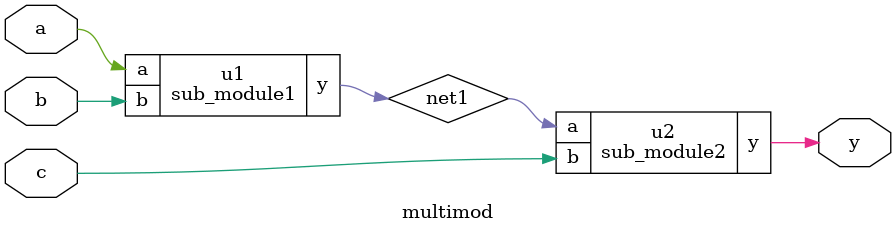
<source format=v>
module sub_module2 (input a , input b , output y );
  assign y = a | b;
endmodule
module sub_module1 (input a , input b , output y );
  assign y = a & b;
endmodule

module multimod (input a , input b , input c , output y );
  wire net1;
  sub_module1 u1 (.a(a) , .b(b) , .y(net1));
  sub_module2 u2(.a(net1) , .b(c) , .y(y));
endmodule

</source>
